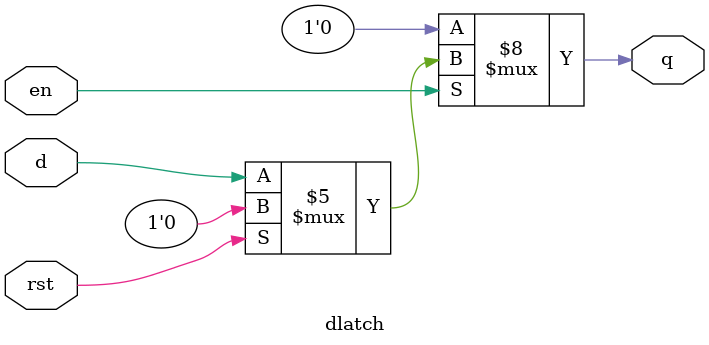
<source format=v>
module dlatch(d, en, rst, q);
input d, en, rst;
output q;
reg q;

always@(d, en, rst)
begin
	if(en == 0)
	q<=0;
	else
	begin
	if(rst == 1)
	q<=0;
	else
	q<=d;
	end
	end
endmodule


</source>
